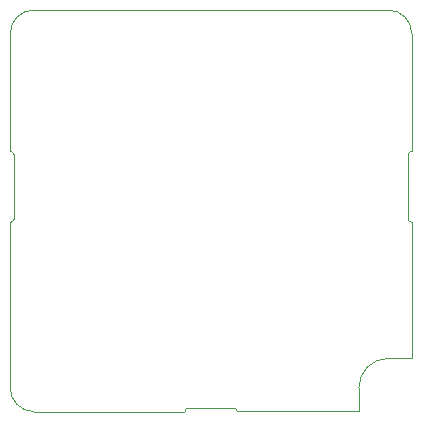
<source format=gm1>
G04 Layer_Color=16711935*
%FSLAX42Y42*%
%MOMM*%
G71*
G01*
G75*
%ADD254C,0.01*%
D254*
X2590Y3024D02*
G03*
X2793Y2821I203J0D01*
G01*
X2596Y4425D02*
G03*
X2621Y4450I0J25D01*
G01*
Y4999D02*
G03*
X2596Y5024I-25J0D01*
G01*
X2791Y6222D02*
G03*
X2591Y6022I0J-200D01*
G01*
X5991D02*
G03*
X5791Y6222I-200J0D01*
G01*
X5987Y5024D02*
G03*
X5961Y4999I0J-25D01*
G01*
Y4450D02*
G03*
X5987Y4425I25J0D01*
G01*
X5791Y3272D02*
G03*
X5542Y3023I0J-249D01*
G01*
X4511Y2827D02*
G03*
X4486Y2852I-25J0D01*
G01*
X4097D02*
G03*
X4072Y2827I0J-25D01*
G01*
X2590Y3024D02*
Y4425D01*
X2596D01*
X2621Y4450D02*
Y4999D01*
X2590Y5024D02*
X2596D01*
X2590D02*
Y6022D01*
X2591D01*
X2791Y6220D02*
Y6222D01*
Y6220D02*
X5791D01*
Y6222D01*
X5990Y6022D02*
X5991D01*
X5990Y5024D02*
Y6022D01*
X5987Y5024D02*
X5990D01*
X5961Y4450D02*
Y4999D01*
X5987Y4425D02*
X5990D01*
Y3272D02*
Y4425D01*
X5791Y3272D02*
X5990D01*
X5542Y2825D02*
Y3023D01*
X4511Y2825D02*
X5542D01*
X4511D02*
Y2827D01*
X4097Y2852D02*
X4486D01*
X4072Y2825D02*
Y2827D01*
X4066Y2819D02*
X4072Y2825D01*
X2793Y2821D02*
X4066Y2819D01*
M02*

</source>
